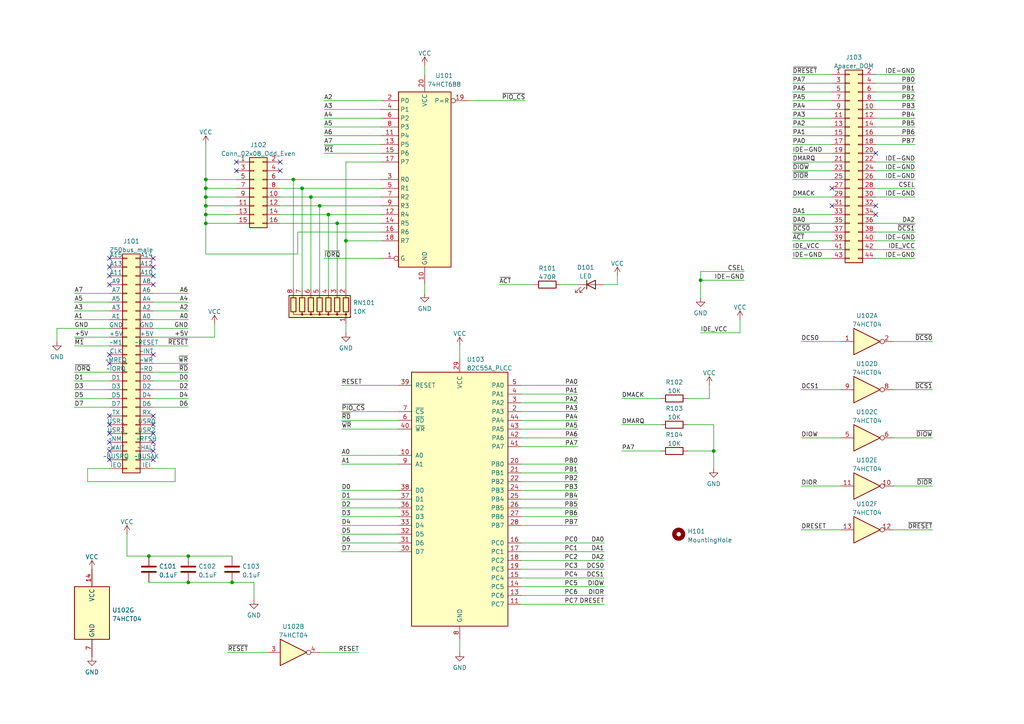
<source format=kicad_sch>
(kicad_sch (version 20211123) (generator eeschema)
  (paper "A4")
  (lib_symbols
    (symbol "74xx:74HCT04"
      (property "Reference" "U" (at 0 1.27 0))
      (property "Value" "74HCT04" (at 0 -1.27 0))
      (symbol "74HCT04_1_0"
        (pin input line (at -7.62 0 0) (length 3.81) (name "~") (number "1"))
        (pin output inverted (at 7.62 0 180) (length 3.81) (name "~") (number "2"))
      )
      (symbol "74HCT04_2_0"
        (pin input line (at -7.62 0 0) (length 3.81) (name "~") (number "3"))
        (pin output inverted (at 7.62 0 180) (length 3.81) (name "~") (number "4"))
      )
      (symbol "74HCT04_3_0"
        (pin input line (at -7.62 0 0) (length 3.81) (name "~") (number "5"))
        (pin output inverted (at 7.62 0 180) (length 3.81) (name "~") (number "6"))
      )
      (symbol "74HCT04_4_0"
        (pin output inverted (at 7.62 0 180) (length 3.81) (name "~") (number "8"))
        (pin input line (at -7.62 0 0) (length 3.81) (name "~") (number "9"))
      )
      (symbol "74HCT04_5_0"
        (pin output inverted (at 7.62 0 180) (length 3.81) (name "~") (number "10"))
        (pin input line (at -7.62 0 0) (length 3.81) (name "~") (number "11"))
      )
      (symbol "74HCT04_6_0"
        (pin output inverted (at 7.62 0 180) (length 3.81) (name "~") (number "12"))
        (pin input line (at -7.62 0 0) (length 3.81) (name "~") (number "13"))
      )
      (symbol "74HCT04_7_0"
        (pin power_in line (at 0 12.7 270) (length 5.08) (name "VCC") (number "14"))
        (pin power_in line (at 0 -12.7 90) (length 5.08) (name "GND") (number "7"))
      )
    )
    (symbol "74xx:74HCT688"
      (property "Reference" "U" (at -7.62 26.67 0))
      (property "Value" "74HCT688" (at -7.62 -26.67 0))
      (symbol "74HCT688_1_0"
        (pin input inverted (at -12.7 -22.86 0) (length 5.08) (name "G") (number "1"))
        (pin power_in line (at 0 -30.48 90) (length 5.08) (name "GND") (number "10"))
        (pin input line (at -12.7 12.7 0) (length 5.08) (name "P4") (number "11"))
        (pin input line (at -12.7 -10.16 0) (length 5.08) (name "R4") (number "12"))
        (pin input line (at -12.7 10.16 0) (length 5.08) (name "P5") (number "13"))
        (pin input line (at -12.7 -12.7 0) (length 5.08) (name "R5") (number "14"))
        (pin input line (at -12.7 7.62 0) (length 5.08) (name "P6") (number "15"))
        (pin input line (at -12.7 -15.24 0) (length 5.08) (name "R6") (number "16"))
        (pin input line (at -12.7 5.08 0) (length 5.08) (name "P7") (number "17"))
        (pin input line (at -12.7 -17.78 0) (length 5.08) (name "R7") (number "18"))
        (pin output inverted (at 12.7 22.86 180) (length 5.08) (name "P=R") (number "19"))
        (pin input line (at -12.7 22.86 0) (length 5.08) (name "P0") (number "2"))
        (pin power_in line (at 0 30.48 270) (length 5.08) (name "VCC") (number "20"))
        (pin input line (at -12.7 0 0) (length 5.08) (name "R0") (number "3"))
        (pin input line (at -12.7 20.32 0) (length 5.08) (name "P1") (number "4"))
        (pin input line (at -12.7 -2.54 0) (length 5.08) (name "R1") (number "5"))
        (pin input line (at -12.7 17.78 0) (length 5.08) (name "P2") (number "6"))
        (pin input line (at -12.7 -5.08 0) (length 5.08) (name "R2") (number "7"))
        (pin input line (at -12.7 15.24 0) (length 5.08) (name "P3") (number "8"))
        (pin input line (at -12.7 -7.62 0) (length 5.08) (name "R3") (number "9"))
      )
    )
    (symbol "Connector_Generic:Conn_02x08_Odd_Even" (pin_names (offset 1.016) hide)
      (property "Reference" "J" (at 1.27 10.16 0))
      (property "Value" "Conn_02x08_Odd_Even" (at 1.27 -12.7 0))
      (symbol "Conn_02x08_Odd_Even_1_1"
        (pin passive line (at -5.08 7.62 0) (length 3.81) (name "Pin_1") (number "1"))
        (pin passive line (at 7.62 -2.54 180) (length 3.81) (name "Pin_10") (number "10"))
        (pin passive line (at -5.08 -5.08 0) (length 3.81) (name "Pin_11") (number "11"))
        (pin passive line (at 7.62 -5.08 180) (length 3.81) (name "Pin_12") (number "12"))
        (pin passive line (at -5.08 -7.62 0) (length 3.81) (name "Pin_13") (number "13"))
        (pin passive line (at 7.62 -7.62 180) (length 3.81) (name "Pin_14") (number "14"))
        (pin passive line (at -5.08 -10.16 0) (length 3.81) (name "Pin_15") (number "15"))
        (pin passive line (at 7.62 -10.16 180) (length 3.81) (name "Pin_16") (number "16"))
        (pin passive line (at 7.62 7.62 180) (length 3.81) (name "Pin_2") (number "2"))
        (pin passive line (at -5.08 5.08 0) (length 3.81) (name "Pin_3") (number "3"))
        (pin passive line (at 7.62 5.08 180) (length 3.81) (name "Pin_4") (number "4"))
        (pin passive line (at -5.08 2.54 0) (length 3.81) (name "Pin_5") (number "5"))
        (pin passive line (at 7.62 2.54 180) (length 3.81) (name "Pin_6") (number "6"))
        (pin passive line (at -5.08 0 0) (length 3.81) (name "Pin_7") (number "7"))
        (pin passive line (at 7.62 0 180) (length 3.81) (name "Pin_8") (number "8"))
        (pin passive line (at -5.08 -2.54 0) (length 3.81) (name "Pin_9") (number "9"))
      )
    )
    (symbol "Device:C" (pin_numbers hide) (pin_names (offset 0.254))
      (property "Reference" "C" (at 0.635 2.54 0))
      (property "Value" "C" (at 0.635 -2.54 0))
      (symbol "C_1_1"
        (pin passive line (at 0 3.81 270) (length 2.794) (name "~") (number "1"))
        (pin passive line (at 0 -3.81 90) (length 2.794) (name "~") (number "2"))
      )
    )
    (symbol "Device:LED" (pin_numbers hide) (pin_names (offset 1.016) hide)
      (property "Reference" "D" (at 0 2.54 0))
      (property "Value" "LED" (at 0 -2.54 0))
      (symbol "LED_1_1"
        (pin passive line (at -3.81 0 0) (length 2.54) (name "K") (number "1"))
        (pin passive line (at 3.81 0 180) (length 2.54) (name "A") (number "2"))
      )
    )
    (symbol "Device:R" (pin_numbers hide) (pin_names (offset 0))
      (property "Reference" "R" (at 2.032 0 90))
      (property "Value" "R" (at 0 0 90))
      (symbol "R_1_1"
        (pin passive line (at 0 3.81 270) (length 1.27) (name "~") (number "1"))
        (pin passive line (at 0 -3.81 90) (length 1.27) (name "~") (number "2"))
      )
    )
    (symbol "Device:R_Network07" (pin_names (offset 0) hide)
      (property "Reference" "RN" (at -10.16 0 90))
      (property "Value" "R_Network07" (at 10.16 0 90))
      (symbol "R_Network07_1_1"
        (pin passive line (at -7.62 5.08 270) (length 2.54) (name "common") (number "1"))
        (pin passive line (at -7.62 -5.08 90) (length 1.27) (name "R1") (number "2"))
        (pin passive line (at -5.08 -5.08 90) (length 1.27) (name "R2") (number "3"))
        (pin passive line (at -2.54 -5.08 90) (length 1.27) (name "R3") (number "4"))
        (pin passive line (at 0 -5.08 90) (length 1.27) (name "R4") (number "5"))
        (pin passive line (at 2.54 -5.08 90) (length 1.27) (name "R5") (number "6"))
        (pin passive line (at 5.08 -5.08 90) (length 1.27) (name "R6") (number "7"))
        (pin passive line (at 7.62 -5.08 90) (length 1.27) (name "R7") (number "8"))
      )
    )
    (symbol "Interface:82C55A_PLCC" (pin_names (offset 1.016))
      (property "Reference" "U" (at -13.97 38.1 0))
      (property "Value" "82C55A_PLCC" (at 8.89 38.1 0))
      (symbol "82C55A_PLCC_1_1"
        (pin no_connect line (at -17.78 -22.86 0) (length 5.08) hide (name "NC") (number "1"))
        (pin input line (at -17.78 12.7 0) (length 3.81) (name "A0") (number "10"))
        (pin bidirectional line (at 17.78 -30.48 180) (length 3.81) (name "PC7") (number "11"))
        (pin no_connect line (at -17.78 -25.4 0) (length 5.08) hide (name "NC") (number "12"))
        (pin bidirectional line (at 17.78 -27.94 180) (length 3.81) (name "PC6") (number "13"))
        (pin bidirectional line (at 17.78 -25.4 180) (length 3.81) (name "PC5") (number "14"))
        (pin bidirectional line (at 17.78 -22.86 180) (length 3.81) (name "PC4") (number "15"))
        (pin bidirectional line (at 17.78 -12.7 180) (length 3.81) (name "PC0") (number "16"))
        (pin bidirectional line (at 17.78 -15.24 180) (length 3.81) (name "PC1") (number "17"))
        (pin bidirectional line (at 17.78 -17.78 180) (length 3.81) (name "PC2") (number "18"))
        (pin bidirectional line (at 17.78 -20.32 180) (length 3.81) (name "PC3") (number "19"))
        (pin bidirectional line (at 17.78 25.4 180) (length 3.81) (name "PA3") (number "2"))
        (pin bidirectional line (at 17.78 10.16 180) (length 3.81) (name "PB0") (number "20"))
        (pin bidirectional line (at 17.78 7.62 180) (length 3.81) (name "PB1") (number "21"))
        (pin bidirectional line (at 17.78 5.08 180) (length 3.81) (name "PB2") (number "22"))
        (pin no_connect line (at -17.78 -27.94 0) (length 5.08) hide (name "NC") (number "23"))
        (pin bidirectional line (at 17.78 2.54 180) (length 3.81) (name "PB3") (number "24"))
        (pin bidirectional line (at 17.78 0 180) (length 3.81) (name "PB4") (number "25"))
        (pin bidirectional line (at 17.78 -2.54 180) (length 3.81) (name "PB5") (number "26"))
        (pin bidirectional line (at 17.78 -5.08 180) (length 3.81) (name "PB6") (number "27"))
        (pin bidirectional line (at 17.78 -7.62 180) (length 3.81) (name "PB7") (number "28"))
        (pin power_in line (at 0 40.64 270) (length 3.81) (name "VCC") (number "29"))
        (pin bidirectional line (at 17.78 27.94 180) (length 3.81) (name "PA2") (number "3"))
        (pin bidirectional line (at -17.78 -15.24 0) (length 3.81) (name "D7") (number "30"))
        (pin bidirectional line (at -17.78 -12.7 0) (length 3.81) (name "D6") (number "31"))
        (pin bidirectional line (at -17.78 -10.16 0) (length 3.81) (name "D5") (number "32"))
        (pin bidirectional line (at -17.78 -7.62 0) (length 3.81) (name "D4") (number "33"))
        (pin no_connect line (at -17.78 -30.48 0) (length 5.08) hide (name "NC") (number "34"))
        (pin bidirectional line (at -17.78 -5.08 0) (length 3.81) (name "D3") (number "35"))
        (pin bidirectional line (at -17.78 -2.54 0) (length 3.81) (name "D2") (number "36"))
        (pin bidirectional line (at -17.78 0 0) (length 3.81) (name "D1") (number "37"))
        (pin bidirectional line (at -17.78 2.54 0) (length 3.81) (name "D0") (number "38"))
        (pin input line (at -17.78 33.02 0) (length 3.81) (name "RESET") (number "39"))
        (pin bidirectional line (at 17.78 30.48 180) (length 3.81) (name "PA1") (number "4"))
        (pin input line (at -17.78 20.32 0) (length 3.81) (name "~{WR}") (number "40"))
        (pin bidirectional line (at 17.78 15.24 180) (length 3.81) (name "PA7") (number "41"))
        (pin bidirectional line (at 17.78 17.78 180) (length 3.81) (name "PA6") (number "42"))
        (pin bidirectional line (at 17.78 20.32 180) (length 3.81) (name "PA5") (number "43"))
        (pin bidirectional line (at 17.78 22.86 180) (length 3.81) (name "PA4") (number "44"))
        (pin bidirectional line (at 17.78 33.02 180) (length 3.81) (name "PA0") (number "5"))
        (pin input line (at -17.78 22.86 0) (length 3.81) (name "~{RD}") (number "6"))
        (pin input line (at -17.78 25.4 0) (length 3.81) (name "~{CS}") (number "7"))
        (pin power_in line (at 0 -40.64 90) (length 3.81) (name "GND") (number "8"))
        (pin input line (at -17.78 10.16 0) (length 3.81) (name "A1") (number "9"))
      )
    )
    (symbol "Mechanical:MountingHole" (pin_names (offset 1.016))
      (property "Reference" "H" (at 0 5.08 0))
      (property "Value" "MountingHole" (at 0 3.175 0))
    )
    (symbol "Z50bus:Apacer_DOM" (pin_names (offset 1.016) hide)
      (property "Reference" "J103" (at 1.27 30.3698 0))
      (property "Value" "Apacer_DOM" (at 1.27 27.8329 0))
      (symbol "Apacer_DOM_1_1"
        (pin passive line (at -5.08 25.4 0) (length 3.81) (name "Pin_1") (number "1"))
        (pin passive line (at 7.62 15.24 180) (length 3.81) (name "Pin_10") (number "10"))
        (pin passive line (at -5.08 12.7 0) (length 3.81) (name "Pin_11") (number "11"))
        (pin passive line (at 7.62 12.7 180) (length 3.81) (name "Pin_12") (number "12"))
        (pin passive line (at -5.08 10.16 0) (length 3.81) (name "Pin_13") (number "13"))
        (pin passive line (at 7.62 10.16 180) (length 3.81) (name "Pin_14") (number "14"))
        (pin passive line (at -5.08 7.62 0) (length 3.81) (name "Pin_15") (number "15"))
        (pin passive line (at 7.62 7.62 180) (length 3.81) (name "Pin_16") (number "16"))
        (pin passive line (at -5.08 5.08 0) (length 3.81) (name "Pin_17") (number "17"))
        (pin passive line (at 7.62 5.08 180) (length 3.81) (name "Pin_18") (number "18"))
        (pin passive line (at -5.08 2.54 0) (length 3.81) (name "Pin_19") (number "19"))
        (pin passive line (at 7.62 25.4 180) (length 3.81) (name "Pin_2") (number "2"))
        (pin passive line (at 7.62 2.54 180) (length 3.81) (name "Pin_20") (number "20"))
        (pin passive line (at -5.08 0 0) (length 3.81) (name "Pin_21") (number "21"))
        (pin passive line (at 7.62 0 180) (length 3.81) (name "Pin_22") (number "22"))
        (pin passive line (at -5.08 -2.54 0) (length 3.81) (name "Pin_23") (number "23"))
        (pin passive line (at 7.62 -2.54 180) (length 3.81) (name "Pin_24") (number "24"))
        (pin passive line (at -5.08 -5.08 0) (length 3.81) (name "Pin_25") (number "25"))
        (pin passive line (at 7.62 -5.08 180) (length 3.81) (name "Pin_26") (number "26"))
        (pin passive line (at -5.08 -7.62 0) (length 3.81) (name "Pin_27") (number "27"))
        (pin passive line (at 7.62 -7.62 180) (length 3.81) (name "Pin_28") (number "28"))
        (pin passive line (at -5.08 -10.16 0) (length 3.81) (name "Pin_29") (number "29"))
        (pin passive line (at -5.08 22.86 0) (length 3.81) (name "Pin_3") (number "3"))
        (pin passive line (at 7.62 -10.16 180) (length 3.81) (name "Pin_30") (number "30"))
        (pin passive line (at -5.08 -12.7 0) (length 3.81) (name "Pin_31") (number "31"))
        (pin passive line (at 7.62 -12.7 180) (length 3.81) (name "Pin_32") (number "32"))
        (pin passive line (at -5.08 -15.24 0) (length 3.81) (name "Pin_33") (number "33"))
        (pin passive line (at 7.62 -15.24 180) (length 3.81) (name "Pin_34") (number "34"))
        (pin passive line (at -5.08 -17.78 0) (length 3.81) (name "Pin_35") (number "35"))
        (pin passive line (at 7.62 -17.78 180) (length 3.81) (name "Pin_36") (number "36"))
        (pin passive line (at -5.08 -20.32 0) (length 3.81) (name "Pin_37") (number "37"))
        (pin passive line (at 7.62 -20.32 180) (length 3.81) (name "Pin_38") (number "38"))
        (pin passive line (at -5.08 -22.86 0) (length 3.81) (name "Pin_39") (number "39"))
        (pin passive line (at 7.62 22.86 180) (length 3.81) (name "Pin_4") (number "4"))
        (pin passive line (at 7.62 -22.86 180) (length 3.81) (name "Pin_40") (number "40"))
        (pin passive line (at -5.08 -25.4 0) (length 3.81) (name "Pin_41") (number "41"))
        (pin passive line (at 7.62 -25.4 180) (length 3.81) (name "Pin_42") (number "42"))
        (pin passive line (at -5.08 -27.94 0) (length 3.81) (name "Pin_43") (number "43"))
        (pin passive line (at 7.62 -27.94 180) (length 3.81) (name "Pin_44") (number "44"))
        (pin passive line (at -5.08 20.32 0) (length 3.81) (name "Pin_5") (number "5"))
        (pin passive line (at 7.62 20.32 180) (length 3.81) (name "Pin_6") (number "6"))
        (pin passive line (at -5.08 17.78 0) (length 3.81) (name "Pin_7") (number "7"))
        (pin passive line (at 7.62 17.78 180) (length 3.81) (name "Pin_8") (number "8"))
        (pin passive line (at -5.08 15.24 0) (length 3.81) (name "Pin_9") (number "9"))
      )
    )
    (symbol "Z50bus:Z50bus_male" (pin_numbers hide) (pin_names (offset 0))
      (property "Reference" "J101" (at 1.27 35.4498 0))
      (property "Value" "Z50bus_male" (at 1.27 32.9129 0))
      (symbol "Z50bus_male_0_0"
        (pin passive line (at -5.08 -15.24 0) (length 3.81) (name "TX") (number "37"))
        (pin passive line (at 7.62 -15.24 180) (length 3.81) (name "RX") (number "38"))
      )
      (symbol "Z50bus_male_1_1"
        (pin passive line (at -5.08 30.48 0) (length 3.81) (name "A15") (number "1"))
        (pin passive line (at 7.62 20.32 180) (length 3.81) (name "A6") (number "10"))
        (pin passive line (at -5.08 17.78 0) (length 3.81) (name "A5") (number "11"))
        (pin passive line (at 7.62 17.78 180) (length 3.81) (name "A4") (number "12"))
        (pin passive line (at -5.08 15.24 0) (length 3.81) (name "A3") (number "13"))
        (pin passive line (at 7.62 15.24 180) (length 3.81) (name "A2") (number "14"))
        (pin passive line (at -5.08 12.7 0) (length 3.81) (name "A1") (number "15"))
        (pin passive line (at 7.62 12.7 180) (length 3.81) (name "A0") (number "16"))
        (pin power_in line (at -5.08 10.16 0) (length 3.81) (name "GND") (number "17"))
        (pin power_in line (at 7.62 10.16 180) (length 3.81) (name "GND") (number "18"))
        (pin power_in line (at -5.08 7.62 0) (length 3.81) (name "+5V") (number "19"))
        (pin passive line (at 7.62 30.48 180) (length 3.81) (name "A14") (number "2"))
        (pin power_in line (at 7.62 7.62 180) (length 3.81) (name "+5V") (number "20"))
        (pin passive line (at -5.08 5.08 0) (length 3.81) (name "~M1") (number "21"))
        (pin passive line (at 7.62 5.08 180) (length 3.81) (name "~RESET") (number "22"))
        (pin passive line (at -5.08 2.54 0) (length 3.81) (name "CLK") (number "23"))
        (pin passive line (at 7.62 2.54 180) (length 3.81) (name "~INT") (number "24"))
        (pin passive line (at -5.08 0 0) (length 3.81) (name "~MREQ") (number "25"))
        (pin passive line (at 7.62 0 180) (length 3.81) (name "~WR") (number "26"))
        (pin passive line (at -5.08 -2.54 0) (length 3.81) (name "~IORQ") (number "27"))
        (pin passive line (at 7.62 -2.54 180) (length 3.81) (name "~RD") (number "28"))
        (pin passive line (at -5.08 -5.08 0) (length 3.81) (name "D1") (number "29"))
        (pin passive line (at -5.08 27.94 0) (length 3.81) (name "A13") (number "3"))
        (pin passive line (at 7.62 -5.08 180) (length 3.81) (name "D0") (number "30"))
        (pin passive line (at -5.08 -7.62 0) (length 3.81) (name "D3") (number "31"))
        (pin passive line (at 7.62 -7.62 180) (length 3.81) (name "D2") (number "32"))
        (pin passive line (at -5.08 -10.16 0) (length 3.81) (name "D5") (number "33"))
        (pin passive line (at 7.62 -10.16 180) (length 3.81) (name "D4") (number "34"))
        (pin passive line (at -5.08 -12.7 0) (length 3.81) (name "D7") (number "35"))
        (pin passive line (at 7.62 -12.7 180) (length 3.81) (name "D6") (number "36"))
        (pin passive line (at -5.08 -17.78 0) (length 3.81) (name "USR1") (number "39"))
        (pin passive line (at 7.62 27.94 180) (length 3.81) (name "A12") (number "4"))
        (pin passive line (at 7.62 -17.78 180) (length 3.81) (name "USR0") (number "40"))
        (pin passive line (at -5.08 -20.32 0) (length 3.81) (name "USR3") (number "41"))
        (pin passive line (at 7.62 -20.32 180) (length 3.81) (name "USR2") (number "42"))
        (pin passive line (at -5.08 -22.86 0) (length 3.81) (name "~NMI") (number "43"))
        (pin passive line (at 7.62 -22.86 180) (length 3.81) (name "~RFSH") (number "44"))
        (pin passive line (at -5.08 -25.4 0) (length 3.81) (name "~WAIT") (number "45"))
        (pin passive line (at 7.62 -25.4 180) (length 3.81) (name "~HALT") (number "46"))
        (pin passive line (at -5.08 -27.94 0) (length 3.81) (name "~BUSRQ") (number "47"))
        (pin passive line (at 7.62 -27.94 180) (length 3.81) (name "~BUSAK") (number "48"))
        (pin passive line (at -5.08 -30.48 0) (length 3.81) (name "IEO") (number "49"))
        (pin passive line (at -5.08 25.4 0) (length 3.81) (name "A11") (number "5"))
        (pin passive line (at 7.62 -30.48 180) (length 3.81) (name "IEI") (number "50"))
        (pin passive line (at 7.62 25.4 180) (length 3.81) (name "A10") (number "6"))
        (pin passive line (at -5.08 22.86 0) (length 3.81) (name "A9") (number "7"))
        (pin passive line (at 7.62 22.86 180) (length 3.81) (name "A8") (number "8"))
        (pin passive line (at -5.08 20.32 0) (length 3.81) (name "A7") (number "9"))
      )
    )
    (symbol "power:GND" (power) (pin_names (offset 0))
      (property "Value" "GND" (at 0 -3.81 0))
      (symbol "GND_1_1"
        (pin power_in line (at 0 0 270) (length 0) hide (name "GND") (number "1"))
      )
    )
    (symbol "power:VCC" (power) (pin_names (offset 0))
      (property "Value" "VCC" (at 0 3.81 0))
      (symbol "VCC_1_1"
        (pin power_in line (at 0 0 90) (length 0) hide (name "VCC") (number "1"))
      )
    )
  )
  (junction (at 59.69 62.23))
  (junction (at 87.63 54.61))
  (junction (at 207.01 130.81))
  (junction (at 54.61 168.91))
  (junction (at 97.79 64.77))
  (junction (at 92.71 59.69))
  (junction (at 59.69 52.07))
  (junction (at 95.25 62.23))
  (junction (at 67.31 168.91))
  (junction (at 100.33 69.85))
  (junction (at 85.09 52.07))
  (junction (at 59.69 57.15))
  (junction (at 59.69 64.77))
  (junction (at 54.61 161.29))
  (junction (at 59.69 54.61))
  (junction (at 43.18 161.29))
  (junction (at 59.69 59.69))
  (junction (at 90.17 57.15))
  (junction (at 203.2 81.28))
  (no_connect (at 44.45 120.65))
  (no_connect (at 31.75 125.73))
  (no_connect (at 31.75 123.19))
  (no_connect (at 44.45 123.19))
  (no_connect (at 44.45 125.73))
  (no_connect (at 44.45 128.27))
  (no_connect (at 44.45 130.81))
  (no_connect (at 44.45 133.35))
  (no_connect (at 31.75 133.35))
  (no_connect (at 31.75 130.81))
  (no_connect (at 31.75 128.27))
  (no_connect (at 241.3 54.61))
  (no_connect (at 241.3 59.69))
  (no_connect (at 254 44.45))
  (no_connect (at 254 59.69))
  (no_connect (at 254 62.23))
  (no_connect (at 68.58 46.99))
  (no_connect (at 68.58 49.53))
  (no_connect (at 81.28 46.99))
  (no_connect (at 81.28 49.53))
  (no_connect (at 44.45 74.93))
  (no_connect (at 44.45 77.47))
  (no_connect (at 44.45 80.01))
  (no_connect (at 44.45 82.55))
  (no_connect (at 31.75 74.93))
  (no_connect (at 31.75 82.55))
  (no_connect (at 31.75 80.01))
  (no_connect (at 31.75 77.47))
  (no_connect (at 44.45 102.87))
  (no_connect (at 31.75 120.65))
  (no_connect (at 31.75 105.41))
  (no_connect (at 31.75 102.87))
  (wire (pts (xy 44.45 105.41) (xy 54.61 105.41)))
  (wire (pts (xy 151.13 147.32) (xy 167.64 147.32)))
  (wire (pts (xy 81.28 57.15) (xy 90.17 57.15)))
  (wire (pts (xy 229.87 69.85) (xy 241.3 69.85)))
  (wire (pts (xy 254 41.91) (xy 265.43 41.91)))
  (wire (pts (xy 59.69 59.69) (xy 59.69 62.23)))
  (wire (pts (xy 99.06 147.32) (xy 115.57 147.32)))
  (wire (pts (xy 59.69 52.07) (xy 59.69 54.61)))
  (wire (pts (xy 54.61 87.63) (xy 44.45 87.63)))
  (wire (pts (xy 25.4 139.7) (xy 50.8 139.7)))
  (wire (pts (xy 232.41 113.03) (xy 243.84 113.03)))
  (wire (pts (xy 180.34 130.81) (xy 191.77 130.81)))
  (wire (pts (xy 229.87 49.53) (xy 241.3 49.53)))
  (wire (pts (xy 95.25 62.23) (xy 110.49 62.23)))
  (wire (pts (xy 62.23 97.79) (xy 62.23 93.98)))
  (wire (pts (xy 54.61 113.03) (xy 44.45 113.03)))
  (wire (pts (xy 67.31 168.91) (xy 73.66 168.91)))
  (wire (pts (xy 254 26.67) (xy 265.43 26.67)))
  (wire (pts (xy 254 29.21) (xy 265.43 29.21)))
  (wire (pts (xy 54.61 85.09) (xy 44.45 85.09)))
  (wire (pts (xy 99.06 134.62) (xy 115.57 134.62)))
  (wire (pts (xy 254 57.15) (xy 265.43 57.15)))
  (wire (pts (xy 43.18 168.91) (xy 54.61 168.91)))
  (wire (pts (xy 254 74.93) (xy 265.43 74.93)))
  (wire (pts (xy 99.06 132.08) (xy 115.57 132.08)))
  (wire (pts (xy 205.74 115.57) (xy 205.74 111.76)))
  (wire (pts (xy 180.34 115.57) (xy 191.77 115.57)))
  (wire (pts (xy 151.13 137.16) (xy 167.64 137.16)))
  (wire (pts (xy 229.87 72.39) (xy 241.3 72.39)))
  (wire (pts (xy 229.87 52.07) (xy 241.3 52.07)))
  (wire (pts (xy 54.61 100.33) (xy 44.45 100.33)))
  (wire (pts (xy 59.69 52.07) (xy 68.58 52.07)))
  (wire (pts (xy 229.87 29.21) (xy 241.3 29.21)))
  (wire (pts (xy 151.13 124.46) (xy 167.64 124.46)))
  (wire (pts (xy 95.25 62.23) (xy 95.25 83.82)))
  (wire (pts (xy 93.98 74.93) (xy 110.49 74.93)))
  (wire (pts (xy 207.01 123.19) (xy 199.39 123.19)))
  (wire (pts (xy 93.98 34.29) (xy 110.49 34.29)))
  (wire (pts (xy 50.8 135.89) (xy 44.45 135.89)))
  (wire (pts (xy 21.59 118.11) (xy 31.75 118.11)))
  (wire (pts (xy 232.41 127) (xy 243.84 127)))
  (wire (pts (xy 203.2 81.28) (xy 215.9 81.28)))
  (wire (pts (xy 232.41 99.06) (xy 243.84 99.06)))
  (wire (pts (xy 229.87 46.99) (xy 241.3 46.99)))
  (wire (pts (xy 254 34.29) (xy 265.43 34.29)))
  (wire (pts (xy 87.63 54.61) (xy 110.49 54.61)))
  (wire (pts (xy 151.13 152.4) (xy 167.64 152.4)))
  (wire (pts (xy 54.61 107.95) (xy 44.45 107.95)))
  (wire (pts (xy 21.59 100.33) (xy 31.75 100.33)))
  (wire (pts (xy 162.56 82.55) (xy 167.64 82.55)))
  (wire (pts (xy 99.06 121.92) (xy 115.57 121.92)))
  (wire (pts (xy 133.35 100.33) (xy 133.35 104.14)))
  (wire (pts (xy 59.69 57.15) (xy 59.69 59.69)))
  (wire (pts (xy 229.87 34.29) (xy 241.3 34.29)))
  (wire (pts (xy 90.17 57.15) (xy 90.17 83.82)))
  (wire (pts (xy 86.36 73.66) (xy 86.36 67.31)))
  (wire (pts (xy 229.87 31.75) (xy 241.3 31.75)))
  (wire (pts (xy 99.06 154.94) (xy 115.57 154.94)))
  (wire (pts (xy 203.2 78.74) (xy 215.9 78.74)))
  (wire (pts (xy 259.08 153.67) (xy 270.51 153.67)))
  (wire (pts (xy 81.28 62.23) (xy 95.25 62.23)))
  (wire (pts (xy 54.61 161.29) (xy 67.31 161.29)))
  (wire (pts (xy 99.06 157.48) (xy 115.57 157.48)))
  (wire (pts (xy 254 69.85) (xy 265.43 69.85)))
  (wire (pts (xy 85.09 52.07) (xy 110.49 52.07)))
  (wire (pts (xy 100.33 46.99) (xy 100.33 69.85)))
  (wire (pts (xy 151.13 121.92) (xy 167.64 121.92)))
  (wire (pts (xy 254 36.83) (xy 265.43 36.83)))
  (wire (pts (xy 232.41 140.97) (xy 243.84 140.97)))
  (wire (pts (xy 123.19 19.05) (xy 123.19 21.59)))
  (wire (pts (xy 54.61 110.49) (xy 44.45 110.49)))
  (wire (pts (xy 207.01 130.81) (xy 207.01 135.89)))
  (wire (pts (xy 229.87 39.37) (xy 241.3 39.37)))
  (wire (pts (xy 99.06 149.86) (xy 115.57 149.86)))
  (wire (pts (xy 54.61 118.11) (xy 44.45 118.11)))
  (wire (pts (xy 50.8 139.7) (xy 50.8 135.89)))
  (wire (pts (xy 207.01 123.19) (xy 207.01 130.81)))
  (wire (pts (xy 151.13 134.62) (xy 167.64 134.62)))
  (wire (pts (xy 66.04 189.23) (xy 77.47 189.23)))
  (wire (pts (xy 151.13 116.84) (xy 167.64 116.84)))
  (wire (pts (xy 110.49 46.99) (xy 100.33 46.99)))
  (wire (pts (xy 54.61 95.25) (xy 44.45 95.25)))
  (wire (pts (xy 229.87 26.67) (xy 241.3 26.67)))
  (wire (pts (xy 59.69 62.23) (xy 68.58 62.23)))
  (wire (pts (xy 133.35 185.42) (xy 133.35 189.23)))
  (wire (pts (xy 59.69 54.61) (xy 68.58 54.61)))
  (wire (pts (xy 21.59 110.49) (xy 31.75 110.49)))
  (wire (pts (xy 59.69 64.77) (xy 68.58 64.77)))
  (wire (pts (xy 99.06 124.46) (xy 115.57 124.46)))
  (wire (pts (xy 151.13 162.56) (xy 175.26 162.56)))
  (wire (pts (xy 21.59 107.95) (xy 31.75 107.95)))
  (wire (pts (xy 151.13 114.3) (xy 167.64 114.3)))
  (wire (pts (xy 81.28 64.77) (xy 97.79 64.77)))
  (wire (pts (xy 93.98 29.21) (xy 110.49 29.21)))
  (wire (pts (xy 90.17 57.15) (xy 110.49 57.15)))
  (wire (pts (xy 151.13 157.48) (xy 175.26 157.48)))
  (wire (pts (xy 93.98 41.91) (xy 110.49 41.91)))
  (wire (pts (xy 151.13 142.24) (xy 167.64 142.24)))
  (wire (pts (xy 259.08 113.03) (xy 270.51 113.03)))
  (wire (pts (xy 151.13 170.18) (xy 175.26 170.18)))
  (wire (pts (xy 93.98 36.83) (xy 110.49 36.83)))
  (wire (pts (xy 36.83 161.29) (xy 43.18 161.29)))
  (wire (pts (xy 31.75 135.89) (xy 25.4 135.89)))
  (wire (pts (xy 99.06 119.38) (xy 115.57 119.38)))
  (wire (pts (xy 229.87 24.13) (xy 241.3 24.13)))
  (wire (pts (xy 151.13 172.72) (xy 175.26 172.72)))
  (wire (pts (xy 97.79 64.77) (xy 97.79 83.82)))
  (wire (pts (xy 254 52.07) (xy 265.43 52.07)))
  (wire (pts (xy 151.13 165.1) (xy 175.26 165.1)))
  (wire (pts (xy 99.06 142.24) (xy 115.57 142.24)))
  (wire (pts (xy 151.13 127) (xy 167.64 127)))
  (wire (pts (xy 99.06 160.02) (xy 115.57 160.02)))
  (wire (pts (xy 229.87 57.15) (xy 241.3 57.15)))
  (wire (pts (xy 16.51 99.06) (xy 16.51 95.25)))
  (wire (pts (xy 229.87 41.91) (xy 241.3 41.91)))
  (wire (pts (xy 229.87 74.93) (xy 241.3 74.93)))
  (wire (pts (xy 54.61 168.91) (xy 67.31 168.91)))
  (wire (pts (xy 93.98 31.75) (xy 110.49 31.75)))
  (wire (pts (xy 180.34 123.19) (xy 191.77 123.19)))
  (wire (pts (xy 259.08 99.06) (xy 270.51 99.06)))
  (wire (pts (xy 229.87 36.83) (xy 241.3 36.83)))
  (wire (pts (xy 59.69 73.66) (xy 86.36 73.66)))
  (wire (pts (xy 254 49.53) (xy 265.43 49.53)))
  (wire (pts (xy 54.61 115.57) (xy 44.45 115.57)))
  (wire (pts (xy 99.06 152.4) (xy 115.57 152.4)))
  (wire (pts (xy 151.13 175.26) (xy 175.26 175.26)))
  (wire (pts (xy 254 64.77) (xy 265.43 64.77)))
  (wire (pts (xy 144.78 82.55) (xy 154.94 82.55)))
  (wire (pts (xy 179.07 82.55) (xy 179.07 80.01)))
  (wire (pts (xy 151.13 144.78) (xy 167.64 144.78)))
  (wire (pts (xy 59.69 59.69) (xy 68.58 59.69)))
  (wire (pts (xy 123.19 82.55) (xy 123.19 85.09)))
  (wire (pts (xy 254 46.99) (xy 265.43 46.99)))
  (wire (pts (xy 151.13 129.54) (xy 167.64 129.54)))
  (wire (pts (xy 59.69 41.91) (xy 59.69 52.07)))
  (wire (pts (xy 92.71 59.69) (xy 110.49 59.69)))
  (wire (pts (xy 99.06 111.76) (xy 115.57 111.76)))
  (wire (pts (xy 21.59 92.71) (xy 31.75 92.71)))
  (wire (pts (xy 25.4 135.89) (xy 25.4 139.7)))
  (wire (pts (xy 203.2 81.28) (xy 203.2 86.36)))
  (wire (pts (xy 16.51 95.25) (xy 31.75 95.25)))
  (wire (pts (xy 59.69 64.77) (xy 59.69 73.66)))
  (wire (pts (xy 99.06 144.78) (xy 115.57 144.78)))
  (wire (pts (xy 100.33 93.98) (xy 100.33 96.52)))
  (wire (pts (xy 229.87 67.31) (xy 241.3 67.31)))
  (wire (pts (xy 203.2 78.74) (xy 203.2 81.28)))
  (wire (pts (xy 254 72.39) (xy 265.43 72.39)))
  (wire (pts (xy 92.71 189.23) (xy 104.14 189.23)))
  (wire (pts (xy 214.63 96.52) (xy 214.63 92.71)))
  (wire (pts (xy 21.59 115.57) (xy 31.75 115.57)))
  (wire (pts (xy 254 24.13) (xy 265.43 24.13)))
  (wire (pts (xy 54.61 90.17) (xy 44.45 90.17)))
  (wire (pts (xy 151.13 149.86) (xy 167.64 149.86)))
  (wire (pts (xy 44.45 97.79) (xy 62.23 97.79)))
  (wire (pts (xy 73.66 168.91) (xy 73.66 173.99)))
  (wire (pts (xy 86.36 67.31) (xy 110.49 67.31)))
  (wire (pts (xy 92.71 59.69) (xy 92.71 83.82)))
  (wire (pts (xy 229.87 44.45) (xy 241.3 44.45)))
  (wire (pts (xy 97.79 64.77) (xy 110.49 64.77)))
  (wire (pts (xy 199.39 115.57) (xy 205.74 115.57)))
  (wire (pts (xy 254 54.61) (xy 265.43 54.61)))
  (wire (pts (xy 259.08 127) (xy 270.51 127)))
  (wire (pts (xy 151.13 167.64) (xy 175.26 167.64)))
  (wire (pts (xy 232.41 153.67) (xy 243.84 153.67)))
  (wire (pts (xy 254 67.31) (xy 265.43 67.31)))
  (wire (pts (xy 199.39 130.81) (xy 207.01 130.81)))
  (wire (pts (xy 254 39.37) (xy 265.43 39.37)))
  (wire (pts (xy 259.08 140.97) (xy 270.51 140.97)))
  (wire (pts (xy 36.83 154.94) (xy 36.83 161.29)))
  (wire (pts (xy 203.2 96.52) (xy 214.63 96.52)))
  (wire (pts (xy 59.69 57.15) (xy 68.58 57.15)))
  (wire (pts (xy 21.59 87.63) (xy 31.75 87.63)))
  (wire (pts (xy 21.59 97.79) (xy 31.75 97.79)))
  (wire (pts (xy 151.13 119.38) (xy 167.64 119.38)))
  (wire (pts (xy 135.89 29.21) (xy 152.4 29.21)))
  (wire (pts (xy 21.59 85.09) (xy 31.75 85.09)))
  (wire (pts (xy 254 21.59) (xy 265.43 21.59)))
  (wire (pts (xy 229.87 21.59) (xy 241.3 21.59)))
  (wire (pts (xy 229.87 64.77) (xy 241.3 64.77)))
  (wire (pts (xy 93.98 39.37) (xy 110.49 39.37)))
  (wire (pts (xy 54.61 92.71) (xy 44.45 92.71)))
  (wire (pts (xy 21.59 113.03) (xy 31.75 113.03)))
  (wire (pts (xy 100.33 69.85) (xy 110.49 69.85)))
  (wire (pts (xy 93.98 44.45) (xy 110.49 44.45)))
  (wire (pts (xy 43.18 161.29) (xy 54.61 161.29)))
  (wire (pts (xy 81.28 59.69) (xy 92.71 59.69)))
  (wire (pts (xy 81.28 54.61) (xy 87.63 54.61)))
  (wire (pts (xy 151.13 160.02) (xy 175.26 160.02)))
  (wire (pts (xy 59.69 54.61) (xy 59.69 57.15)))
  (wire (pts (xy 254 31.75) (xy 265.43 31.75)))
  (wire (pts (xy 100.33 69.85) (xy 100.33 83.82)))
  (wire (pts (xy 81.28 52.07) (xy 85.09 52.07)))
  (wire (pts (xy 151.13 139.7) (xy 167.64 139.7)))
  (wire (pts (xy 175.26 82.55) (xy 179.07 82.55)))
  (wire (pts (xy 59.69 62.23) (xy 59.69 64.77)))
  (wire (pts (xy 151.13 111.76) (xy 167.64 111.76)))
  (wire (pts (xy 21.59 90.17) (xy 31.75 90.17)))
  (wire (pts (xy 229.87 62.23) (xy 241.3 62.23)))
  (wire (pts (xy 87.63 54.61) (xy 87.63 83.82)))
  (wire (pts (xy 85.09 52.07) (xy 85.09 83.82)))
  (label "~{M1}" (at 21.59 100.33 0))
  (label "~{PIO_CS}" (at 152.4 29.21 180))
  (label "A3" (at 21.59 90.17 0))
  (label "~{DCS1}" (at 270.51 113.03 180))
  (label "A6" (at 54.61 85.09 180))
  (label "A7" (at 93.98 41.91 0))
  (label "DA0" (at 229.87 64.77 0))
  (label "~{DIOW}" (at 229.87 49.53 0))
  (label "IDE-GND" (at 265.43 52.07 180))
  (label "DIOR" (at 175.26 172.72 180))
  (label "~{WR}" (at 99.06 124.46 0))
  (label "DCS0" (at 232.41 99.06 0))
  (label "PC1" (at 167.64 160.02 180))
  (label "IDE-GND" (at 229.87 74.93 0))
  (label "DRESET" (at 175.26 175.26 180))
  (label "D6" (at 99.06 157.48 0))
  (label "D3" (at 99.06 149.86 0))
  (label "~{DRESET}" (at 270.51 153.67 180))
  (label "~{RESET}" (at 54.61 100.33 180))
  (label "D5" (at 21.59 115.57 0))
  (label "PA1" (at 229.87 39.37 0))
  (label "PC6" (at 167.64 172.72 180))
  (label "~{DIOR}" (at 270.51 140.97 180))
  (label "PB7" (at 265.43 41.91 180))
  (label "DMACK" (at 180.34 115.57 0))
  (label "DRESET" (at 232.41 153.67 0))
  (label "DA2" (at 175.26 162.56 180))
  (label "IDE-GND" (at 229.87 44.45 0))
  (label "IDE-GND" (at 265.43 46.99 180))
  (label "~{DCS0}" (at 229.87 67.31 0))
  (label "PA5" (at 167.64 124.46 180))
  (label "IDE-GND" (at 265.43 21.59 180))
  (label "PC0" (at 167.64 157.48 180))
  (label "PA3" (at 229.87 34.29 0))
  (label "PA7" (at 180.34 130.81 0))
  (label "PB1" (at 265.43 26.67 180))
  (label "~{DCS1}" (at 265.43 67.31 180))
  (label "PB1" (at 167.64 137.16 180))
  (label "~{RD}" (at 54.61 107.95 180))
  (label "PC7" (at 167.64 175.26 180))
  (label "~{ACT}" (at 229.87 69.85 0))
  (label "A5" (at 93.98 36.83 0))
  (label "DIOW" (at 232.41 127 0))
  (label "PA0" (at 229.87 41.91 0))
  (label "~{IORQ}" (at 93.98 74.93 0))
  (label "CSEL" (at 215.9 78.74 180))
  (label "~{DCS0}" (at 270.51 99.06 180))
  (label "IDE-GND" (at 265.43 74.93 180))
  (label "PA4" (at 167.64 121.92 180))
  (label "PA0" (at 167.64 111.76 180))
  (label "~{WR}" (at 54.61 105.41 180))
  (label "DA1" (at 175.26 160.02 180))
  (label "A2" (at 54.61 90.17 180))
  (label "PA6" (at 167.64 127 180))
  (label "D0" (at 54.61 110.49 180))
  (label "~{DIOR}" (at 229.87 52.07 0))
  (label "D1" (at 99.06 144.78 0))
  (label "PA5" (at 229.87 29.21 0))
  (label "IDE-GND" (at 215.9 81.28 180))
  (label "DA2" (at 265.43 64.77 180))
  (label "D4" (at 99.06 152.4 0))
  (label "PC3" (at 167.64 165.1 180))
  (label "IDE_VCC" (at 229.87 72.39 0))
  (label "D2" (at 99.06 147.32 0))
  (label "DA0" (at 175.26 157.48 180))
  (label "A7" (at 21.59 85.09 0))
  (label "DMARQ" (at 180.34 123.19 0))
  (label "A4" (at 93.98 34.29 0))
  (label "A4" (at 54.61 87.63 180))
  (label "IDE-GND" (at 265.43 57.15 180))
  (label "GND" (at 54.61 95.25 180))
  (label "DIOW" (at 175.26 170.18 180))
  (label "PA1" (at 167.64 114.3 180))
  (label "CSEL" (at 265.43 54.61 180))
  (label "PB2" (at 167.64 139.7 180))
  (label "PB5" (at 167.64 147.32 180))
  (label "~{PIO_CS}" (at 99.06 119.38 0))
  (label "~{DRESET}" (at 229.87 21.59 0))
  (label "A2" (at 93.98 29.21 0))
  (label "PA4" (at 229.87 31.75 0))
  (label "A1" (at 99.06 134.62 0))
  (label "DIOR" (at 232.41 140.97 0))
  (label "IDE_VCC" (at 203.2 96.52 0))
  (label "PA7" (at 167.64 129.54 180))
  (label "GND" (at 21.59 95.25 0))
  (label "PA3" (at 167.64 119.38 180))
  (label "PB0" (at 265.43 24.13 180))
  (label "~{RESET}" (at 66.04 189.23 0))
  (label "A6" (at 93.98 39.37 0))
  (label "IDE_VCC" (at 265.43 72.39 180))
  (label "~{ACT}" (at 144.78 82.55 0))
  (label "D2" (at 54.61 113.03 180))
  (label "~{M1}" (at 93.98 44.45 0))
  (label "~{DIOW}" (at 270.51 127 180))
  (label "PC2" (at 167.64 162.56 180))
  (label "IDE-GND" (at 265.43 49.53 180))
  (label "D6" (at 54.61 118.11 180))
  (label "D0" (at 99.06 142.24 0))
  (label "DMARQ" (at 229.87 46.99 0))
  (label "DCS0" (at 175.26 165.1 180))
  (label "RESET" (at 104.14 189.23 180))
  (label "+5V" (at 21.59 97.79 0))
  (label "PB6" (at 167.64 149.86 180))
  (label "A0" (at 99.06 132.08 0))
  (label "+5V" (at 54.61 97.79 180))
  (label "PB4" (at 167.64 144.78 180))
  (label "RESET" (at 99.06 111.76 0))
  (label "PB6" (at 265.43 39.37 180))
  (label "PB3" (at 167.64 142.24 180))
  (label "D1" (at 21.59 110.49 0))
  (label "D7" (at 99.06 160.02 0))
  (label "PA7" (at 229.87 24.13 0))
  (label "PB0" (at 167.64 134.62 180))
  (label "IDE-GND" (at 265.43 69.85 180))
  (label "PA2" (at 229.87 36.83 0))
  (label "PA2" (at 167.64 116.84 180))
  (label "D3" (at 21.59 113.03 0))
  (label "DA1" (at 229.87 62.23 0))
  (label "PB2" (at 265.43 29.21 180))
  (label "D5" (at 99.06 154.94 0))
  (label "PB4" (at 265.43 34.29 180))
  (label "DCS1" (at 175.26 167.64 180))
  (label "PA6" (at 229.87 26.67 0))
  (label "~{IORQ}" (at 21.59 107.95 0))
  (label "DCS1" (at 232.41 113.03 0))
  (label "D4" (at 54.61 115.57 180))
  (label "PB5" (at 265.43 36.83 180))
  (label "A0" (at 54.61 92.71 180))
  (label "PC4" (at 167.64 167.64 180))
  (label "D7" (at 21.59 118.11 0))
  (label "PB7" (at 167.64 152.4 180))
  (label "PB3" (at 265.43 31.75 180))
  (label "A5" (at 21.59 87.63 0))
  (label "A3" (at 93.98 31.75 0))
  (label "~{RD}" (at 99.06 121.92 0))
  (label "DMACK" (at 229.87 57.15 0))
  (label "A1" (at 21.59 92.71 0))
  (label "PC5" (at 167.64 170.18 180))
  (symbol (lib_id "74xx:74HCT04") (at 85.09 189.23 0) (unit 2)
    (property "Reference" "U102" (at 85.09 181.7202 0))
    (property "Value" "74HCT04" (at 85.09 184.2571 0))
    (property "Footprint" "Package_DIP:DIP-14_W7.62mm_LongPads" (effects hide))
    (property "Datasheet" "https://assets.nexperia.com/documents/data-sheet/74HC_HCT04.pdf" (effects hide))
  )
  (symbol (lib_id "74xx:74HCT04") (at 26.67 177.8 0) (unit 7)
    (property "Reference" "U102" (at 32.512 176.9653 0) (effects (justify left)))
    (property "Value" "74HCT04" (at 32.512 179.5022 0) (effects (justify left)))
    (property "Footprint" "Package_DIP:DIP-14_W7.62mm_LongPads" (effects hide))
    (property "Datasheet" "https://assets.nexperia.com/documents/data-sheet/74HC_HCT04.pdf" (effects hide))
  )
  (symbol (lib_id "Z50bus:Z50bus_male") (at 36.83 105.41 0) (unit 1)
    (property "Reference" "J101" (at 38.1 69.9602 0))
    (property "Value" "Z50bus_male" (at 38.1 72.4971 0))
    (property "Footprint" "Z50bus:Z50bus module card edge" (effects hide))
  )
  (symbol (lib_id "power:VCC") (at 214.63 92.71 0) (unit 1)
    (property "Reference" "#PWR0106" (effects hide))
    (property "Value" "VCC" (at 214.63 89.1342 0))
  )
  (symbol (lib_id "power:VCC") (at 133.35 100.33 0) (unit 1)
    (property "Reference" "#PWR0110" (effects hide))
    (property "Value" "VCC" (at 133.35 96.7542 0))
  )
  (symbol (lib_id "power:GND") (at 123.19 85.09 0) (unit 1)
    (property "Reference" "#PWR0104" (effects hide))
    (property "Value" "GND" (at 123.19 89.5334 0))
  )
  (symbol (lib_id "Device:R") (at 195.58 115.57 90) (unit 1)
    (property "Reference" "R102" (at 195.58 110.8542 90))
    (property "Value" "10K" (at 195.58 113.3911 90))
    (property "Footprint" "Resistor_THT:R_Axial_DIN0207_L6.3mm_D2.5mm_P10.16mm_Horizontal" (effects hide))
  )
  (symbol (lib_id "power:VCC") (at 26.67 165.1 0) (unit 1)
    (property "Reference" "#PWR0114" (effects hide))
    (property "Value" "VCC" (at 26.67 161.5242 0))
  )
  (symbol (lib_id "74xx:74HCT04") (at 251.46 113.03 0) (unit 4)
    (property "Reference" "U102" (at 251.46 105.5202 0))
    (property "Value" "74HCT04" (at 251.46 108.0571 0))
    (property "Footprint" "Package_DIP:DIP-14_W7.62mm_LongPads" (effects hide))
    (property "Datasheet" "https://assets.nexperia.com/documents/data-sheet/74HC_HCT04.pdf" (effects hide))
  )
  (symbol (lib_id "Device:LED") (at 171.45 82.55 0) (unit 1)
    (property "Reference" "D101" (at 169.8625 77.5802 0))
    (property "Value" "LED" (at 169.8625 80.1171 0))
    (property "Footprint" "LED_THT:LED_D3.0mm" (effects hide))
  )
  (symbol (lib_id "power:VCC") (at 179.07 80.01 0) (unit 1)
    (property "Reference" "#PWR0103" (effects hide))
    (property "Value" "VCC" (at 179.07 76.4342 0))
  )
  (symbol (lib_id "74xx:74HCT04") (at 251.46 99.06 0) (unit 1)
    (property "Reference" "U102" (at 251.46 91.5502 0))
    (property "Value" "74HCT04" (at 251.46 94.0871 0))
    (property "Footprint" "Package_DIP:DIP-14_W7.62mm_LongPads" (effects hide))
    (property "Datasheet" "https://assets.nexperia.com/documents/data-sheet/74HC_HCT04.pdf" (effects hide))
  )
  (symbol (lib_id "Interface:82C55A_PLCC") (at 133.35 144.78 0) (unit 1)
    (property "Reference" "U103" (at 135.3694 104.2502 0) (effects (justify left)))
    (property "Value" "82C55A_PLCC" (at 135.3694 106.7871 0) (effects (justify left)))
    (property "Footprint" "Package_LCC:PLCC-44_THT-Socket" (effects hide))
    (property "Datasheet" "http://jap.hu/electronic/8255.pdf" (effects hide))
  )
  (symbol (lib_id "Device:C") (at 67.31 165.1 0) (unit 1)
    (property "Reference" "C103" (at 70.231 164.2653 0) (effects (justify left)))
    (property "Value" "0.1uF" (at 70.231 166.8022 0) (effects (justify left)))
    (property "Footprint" "Capacitor_THT:C_Disc_D3.8mm_W2.6mm_P2.50mm" (effects hide))
  )
  (symbol (lib_id "power:GND") (at 207.01 135.89 0) (unit 1)
    (property "Reference" "#PWR0112" (effects hide))
    (property "Value" "GND" (at 207.01 140.3334 0))
  )
  (symbol (lib_id "74xx:74HCT04") (at 251.46 153.67 0) (unit 6)
    (property "Reference" "U102" (at 251.46 146.1602 0))
    (property "Value" "74HCT04" (at 251.46 148.6971 0))
    (property "Footprint" "Package_DIP:DIP-14_W7.62mm_LongPads" (effects hide))
    (property "Datasheet" "https://assets.nexperia.com/documents/data-sheet/74HC_HCT04.pdf" (effects hide))
  )
  (symbol (lib_id "Device:R_Network07") (at 92.71 88.9 180) (unit 1)
    (property "Reference" "RN101" (at 102.362 87.8113 0) (effects (justify right)))
    (property "Value" "10K" (at 102.362 90.3482 0) (effects (justify right)))
    (property "Footprint" "Resistor_THT:R_Array_SIP8" (effects hide))
    (property "Datasheet" "http://www.vishay.com/docs/31509/csc.pdf" (effects hide))
  )
  (symbol (lib_id "power:VCC") (at 59.69 41.91 0) (unit 1)
    (property "Reference" "#PWR0102" (effects hide))
    (property "Value" "VCC" (at 59.69 38.3342 0))
  )
  (symbol (lib_id "power:VCC") (at 62.23 93.98 0) (unit 1)
    (property "Reference" "#PWR0107" (effects hide))
    (property "Value" "VCC" (at 62.23 90.4042 0))
  )
  (symbol (lib_id "Device:C") (at 54.61 165.1 0) (unit 1)
    (property "Reference" "C102" (at 57.531 164.2653 0) (effects (justify left)))
    (property "Value" "0.1uF" (at 57.531 166.8022 0) (effects (justify left)))
    (property "Footprint" "Capacitor_THT:C_Disc_D3.8mm_W2.6mm_P2.50mm" (effects hide))
  )
  (symbol (lib_id "power:VCC") (at 123.19 19.05 0) (unit 1)
    (property "Reference" "#PWR0101" (effects hide))
    (property "Value" "VCC" (at 123.19 15.4742 0))
  )
  (symbol (lib_id "Device:R") (at 158.75 82.55 90) (unit 1)
    (property "Reference" "R101" (at 158.75 77.8342 90))
    (property "Value" "470R" (at 158.75 80.3711 90))
    (property "Footprint" "Resistor_THT:R_Axial_DIN0207_L6.3mm_D2.5mm_P10.16mm_Horizontal" (effects hide))
  )
  (symbol (lib_id "Connector_Generic:Conn_02x08_Odd_Even") (at 73.66 54.61 0) (unit 1)
    (property "Reference" "J102" (at 74.93 42.0202 0))
    (property "Value" "Conn_02x08_Odd_Even" (at 74.93 44.5571 0))
    (property "Footprint" "Connector_PinHeader_2.54mm:PinHeader_2x08_P2.54mm_Horizontal" (effects hide))
  )
  (symbol (lib_id "Device:R") (at 195.58 130.81 90) (unit 1)
    (property "Reference" "R104" (at 195.58 126.0942 90))
    (property "Value" "10K" (at 195.58 128.6311 90))
    (property "Footprint" "Resistor_THT:R_Axial_DIN0207_L6.3mm_D2.5mm_P10.16mm_Horizontal" (effects hide))
  )
  (symbol (lib_id "Device:R") (at 195.58 123.19 90) (unit 1)
    (property "Reference" "R103" (at 195.58 118.4742 90))
    (property "Value" "10K" (at 195.58 121.0111 90))
    (property "Footprint" "Resistor_THT:R_Axial_DIN0207_L6.3mm_D2.5mm_P10.16mm_Horizontal" (effects hide))
  )
  (symbol (lib_id "power:VCC") (at 205.74 111.76 0) (unit 1)
    (property "Reference" "#PWR0111" (effects hide))
    (property "Value" "VCC" (at 205.74 108.1842 0))
  )
  (symbol (lib_id "power:GND") (at 203.2 86.36 0) (unit 1)
    (property "Reference" "#PWR0105" (effects hide))
    (property "Value" "GND" (at 203.2 90.8034 0))
  )
  (symbol (lib_id "power:GND") (at 26.67 190.5 0) (unit 1)
    (property "Reference" "#PWR0117" (effects hide))
    (property "Value" "GND" (at 26.67 194.9434 0))
  )
  (symbol (lib_id "74xx:74HCT688") (at 123.19 52.07 0) (unit 1)
    (property "Reference" "U101" (at 128.8392 21.9416 0))
    (property "Value" "74HCT688" (at 128.8392 24.4785 0))
    (property "Footprint" "Package_DIP:DIP-20_W7.62mm_LongPads" (effects hide))
    (property "Datasheet" "https://www.ti.com/lit/ds/symlink/cd54hc688.pdf" (effects hide))
  )
  (symbol (lib_id "Z50bus:Apacer_DOM") (at 246.38 46.99 0) (unit 1)
    (property "Reference" "J103" (at 247.65 16.6202 0))
    (property "Value" "Apacer_DOM" (at 247.65 19.1571 0))
    (property "Footprint" "Z50bus:Apacer DOM" (effects hide))
  )
  (symbol (lib_id "74xx:74HCT04") (at 251.46 140.97 0) (unit 5)
    (property "Reference" "U102" (at 251.46 133.4602 0))
    (property "Value" "74HCT04" (at 251.46 135.9971 0))
    (property "Footprint" "Package_DIP:DIP-14_W7.62mm_LongPads" (effects hide))
    (property "Datasheet" "https://assets.nexperia.com/documents/data-sheet/74HC_HCT04.pdf" (effects hide))
  )
  (symbol (lib_id "power:GND") (at 133.35 189.23 0) (unit 1)
    (property "Reference" "#PWR0116" (effects hide))
    (property "Value" "GND" (at 133.35 193.6734 0))
  )
  (symbol (lib_id "power:GND") (at 73.66 173.99 0) (unit 1)
    (property "Reference" "#PWR0115" (effects hide))
    (property "Value" "GND" (at 73.66 178.4334 0))
  )
  (symbol (lib_id "power:VCC") (at 36.83 154.94 0) (unit 1)
    (property "Reference" "#PWR0113" (effects hide))
    (property "Value" "VCC" (at 36.83 151.3642 0))
  )
  (symbol (lib_id "Device:C") (at 43.18 165.1 0) (unit 1)
    (property "Reference" "C101" (at 46.101 164.2653 0) (effects (justify left)))
    (property "Value" "0.1uF" (at 46.101 166.8022 0) (effects (justify left)))
    (property "Footprint" "Capacitor_THT:C_Disc_D3.8mm_W2.6mm_P2.50mm" (effects hide))
  )
  (symbol (lib_id "74xx:74HCT04") (at 251.46 127 0) (unit 3)
    (property "Reference" "U102" (at 251.46 119.4902 0))
    (property "Value" "74HCT04" (at 251.46 122.0271 0))
    (property "Footprint" "Package_DIP:DIP-14_W7.62mm_LongPads" (effects hide))
    (property "Datasheet" "https://assets.nexperia.com/documents/data-sheet/74HC_HCT04.pdf" (effects hide))
  )
  (symbol (lib_id "Mechanical:MountingHole") (at 196.85 154.94 0) (unit 1)
    (property "Reference" "H101" (at 199.39 154.1053 0) (effects (justify left)))
    (property "Value" "MountingHole" (at 199.39 156.6422 0) (effects (justify left)))
    (property "Footprint" "MountingHole:MountingHole_3.2mm_M3_DIN965_Pad_TopBottom" (effects hide))
  )
  (symbol (lib_id "power:GND") (at 100.33 96.52 0) (unit 1)
    (property "Reference" "#PWR0108" (effects hide))
    (property "Value" "GND" (at 100.33 100.9634 0))
  )
  (symbol (lib_id "power:GND") (at 16.51 99.06 0) (unit 1)
    (property "Reference" "#PWR0109" (effects hide))
    (property "Value" "GND" (at 16.51 103.5034 0))
  )
)
</source>
